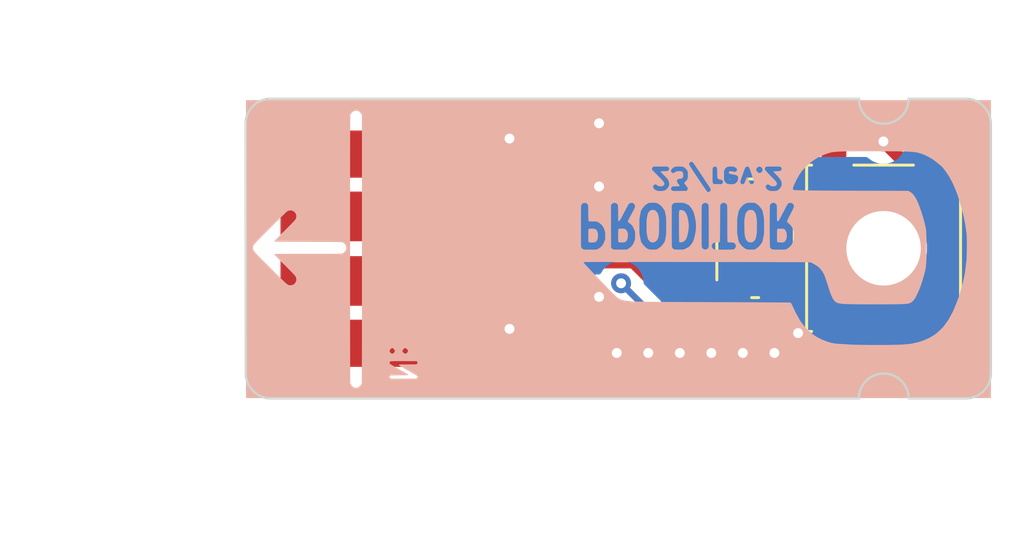
<source format=kicad_pcb>
(kicad_pcb (version 20221018) (generator pcbnew)
  (title_block (comment 4 "AISLER Project ID: QZJZLLHL"))
  (layers (0 "F.Cu" signal) (31 "B.Cu" signal) (34 "B.Paste" user) (35 "F.Paste" user) (36 "B.SilkS" user "B.Silkscreen") (37 "F.SilkS" user "F.Silkscreen") (38 "B.Mask" user) (39 "F.Mask" user) (44 "Edge.Cuts" user))
  (net 0 "")
  (net 1 "Net-(J1-VBUS)")
  (net 2 "Net-(J1-D-)")
  (net 3 "Net-(J1-D+)")
  (net 4 "Net-(J2-Pin_1)")
  (net 5 "Net-(J2-Pin_2)")
  (net 6 "Net-(J2-Pin_3)")
  (net 10 "Net-(D1-A)")
  (net 11 "Net-(J1-GND)")
  (net 12 "Net-(D1-K)")
  (net 14 "Net-(J2-Pin_6)")
  (net 15 "Net-(U1-PA05)")
  (footprint "Proditor:SW_SPST_EVQQ2_GND" (layer "F.Cu") (at 158.274 89.1032 90)
    (fp_text reference "SW1" hide)
    (fp_text value "SW_Push" hide)
    (pad "1" smd rect (at -3.4 -2 90) (size 3.2 1) (layers "F.Cu" "F.Paste" "F.Mask") (net 11 "Net-(J1-GND)"))
    (pad "1" smd roundrect (at -3.3 0 90) (size 1 1) (layers "F.Cu" "F.Paste" "F.Mask") (net 11 "Net-(J1-GND)"))
    (pad "1" smd rect (at 3.4 -2 90) (size 3.2 1) (layers "F.Cu" "F.Paste" "F.Mask") (net 11 "Net-(J1-GND)"))
    (pad "2" smd rect (at -3.4 2 90) (size 3.2 1) (layers "F.Cu" "F.Paste" "F.Mask") (net 15 "Net-(U1-PA05)"))
    (pad "2" smd rect (at 3.4 2 90) (size 3.2 1) (layers "F.Cu" "F.Paste" "F.Mask") (net 15 "Net-(U1-PA05)"))
  )
  (footprint "Proditor:USB-PCB" (layer "F.Cu") (at 137.66 89.12)
    (fp_text reference "J1" hide)
    (fp_text value "USB_A_PCB" hide)
    (pad "1" connect rect (at -0.18 3.81 270) (size 1.9 8) (layers "F.Cu" "F.Mask") (net 1 "Net-(J1-VBUS)"))
    (pad "2" connect rect (at 0.07 1.3 270) (size 2 7.5) (layers "F.Cu" "F.Mask") (net 2 "Net-(J1-D-)"))
    (pad "3" connect rect (at 0.07 -1.3 270) (size 2 7.5) (layers "F.Cu" "F.Mask") (net 3 "Net-(J1-D+)"))
    (pad "4" connect rect (at -0.18 -3.81 270) (size 1.9 8) (layers "F.Cu" "F.Mask") (net 11 "Net-(J1-GND)"))
  )
  (footprint "Resistor_SMD:R_0603_1608Metric" (layer "F.Cu") (at 153.1 85.79 180)
    (fp_text reference "R1" hide)
    (fp_text value "100" hide)
    (pad "1" smd roundrect (at -0.825 0 180) (size 0.8 0.95) (layers "F.Cu" "F.Paste" "F.Mask") (net 10 "Net-(D1-A)"))
    (pad "2" smd roundrect (at 0.825 0 180) (size 0.8 0.95) (layers "F.Cu" "F.Paste" "F.Mask") (net 14 "Net-(J2-Pin_6)"))
  )
  (footprint "Capacitor_SMD:C_0603_1608Metric" (layer "F.Cu") (at 145.39 93.32 180)
    (fp_text reference "C1" hide)
    (fp_text value "1uf" hide)
    (pad "1" smd roundrect (at -0.775 0 180) (size 0.9 0.95) (layers "F.Cu" "F.Paste" "F.Mask") (net 1 "Net-(J1-VBUS)"))
    (pad "2" smd roundrect (at 0.775 0 180) (size 0.9 0.95) (layers "F.Cu" "F.Paste" "F.Mask") (net 11 "Net-(J1-GND)"))
  )
  (footprint "Proditor:PinHeader_1x06_P1.27mm_Vertical_Via0.4mm" (layer "F.Cu") (at 147.525 93.3196 90)
    (fp_text reference "J2" hide)
    (fp_text value "SWD" hide)
    (pad "1" thru_hole rect (at 0 0 90) (size 1 1) (drill 0.4) (layers "*.Cu" "*.Mask") (net 4 "Net-(J2-Pin_1)"))
    (pad "2" thru_hole oval (at 0 1.27 90) (size 1 1) (drill 0.4) (layers "*.Cu" "*.Mask") (net 5 "Net-(J2-Pin_2)"))
    (pad "3" thru_hole oval (at 0 2.54 90) (size 1 1) (drill 0.4) (layers "*.Cu" "*.Mask") (net 6 "Net-(J2-Pin_3)"))
    (pad "4" thru_hole oval (at 0 3.81 90) (size 1 1) (drill 0.4) (layers "*.Cu" "*.Mask") (net 11 "Net-(J1-GND)"))
    (pad "5" thru_hole oval (at 0 5.08 90) (size 1 1) (drill 0.4) (layers "*.Cu" "*.Mask") (net 1 "Net-(J1-VBUS)"))
    (pad "6" thru_hole oval (at 0 6.35 90) (size 1 1) (drill 0.4) (layers "*.Cu" "*.Mask") (net 14 "Net-(J2-Pin_6)"))
  )
  (footprint "Package_TO_SOT_SMD:SOT-23" (layer "F.Cu") (at 153.1178 88.7 90)
    (fp_text reference "U2" hide)
    (fp_text value "MCP1700x-3V3" hide)
    (pad "1" smd roundrect (at -0.9375 -0.95 90) (size 1.475 0.6) (layers "F.Cu" "F.Paste" "F.Mask") (net 11 "Net-(J1-GND)"))
    (pad "2" smd roundrect (at -0.9375 0.95 90) (size 1.475 0.6) (layers "F.Cu" "F.Paste" "F.Mask") (net 14 "Net-(J2-Pin_6)"))
    (pad "3" smd roundrect (at 0.9375 0 90) (size 1.475 0.6) (layers "F.Cu" "F.Paste" "F.Mask") (net 1 "Net-(J1-VBUS)"))
  )
  (footprint "Proditor:LED_0603_1608Metric_Mod" (layer "F.Cu") (at 153.0875 84.06)
    (fp_text reference "D1" hide)
    (fp_text value "LED" hide)
    (pad "1" smd roundrect (at -0.7875 0) (size 0.875 0.95) (layers "F.Cu" "F.Paste" "F.Mask") (net 12 "Net-(D1-K)"))
    (pad "2" smd roundrect (at 0.7875 0) (size 0.875 0.95) (layers "F.Cu" "F.Paste" "F.Mask") (net 10 "Net-(D1-A)"))
  )
  (footprint "Package_SO:SOIC-14_3.9x8.7mm_P1.27mm" (layer "F.Cu") (at 147.4978 87.8772)
    (fp_text reference "U1" hide)
    (fp_text value "ATSAMD11C14A-SS" hide)
    (pad "1" smd roundrect (at -2.475 -3.81) (size 1.95 0.6) (layers "F.Cu" "F.Paste" "F.Mask") (net 15 "Net-(U1-PA05)"))
    (pad "2" smd roundrect (at -2.475 -2.54) (size 1.95 0.6) (layers "F.Cu" "F.Paste" "F.Mask"))
    (pad "3" smd roundrect (at -2.475 -1.27) (size 1.95 0.6) (layers "F.Cu" "F.Paste" "F.Mask"))
    (pad "4" smd roundrect (at -2.475 0) (size 1.95 0.6) (layers "F.Cu" "F.Paste" "F.Mask"))
    (pad "5" smd roundrect (at -2.475 1.27) (size 1.95 0.6) (layers "F.Cu" "F.Paste" "F.Mask"))
    (pad "6" smd roundrect (at -2.475 2.54) (size 1.95 0.6) (layers "F.Cu" "F.Paste" "F.Mask") (net 4 "Net-(J2-Pin_1)"))
    (pad "7" smd roundrect (at -2.475 3.81) (size 1.95 0.6) (layers "F.Cu" "F.Paste" "F.Mask") (net 6 "Net-(J2-Pin_3)"))
    (pad "8" smd roundrect (at 2.475 3.81) (size 1.95 0.6) (layers "F.Cu" "F.Paste" "F.Mask") (net 5 "Net-(J2-Pin_2)"))
    (pad "9" smd roundrect (at 2.475 2.54) (size 1.95 0.6) (layers "F.Cu" "F.Paste" "F.Mask") (net 2 "Net-(J1-D-)"))
    (pad "10" smd roundrect (at 2.475 1.27) (size 1.95 0.6) (layers "F.Cu" "F.Paste" "F.Mask") (net 3 "Net-(J1-D+)"))
    (pad "11" smd roundrect (at 2.475 0) (size 1.95 0.6) (layers "F.Cu" "F.Paste" "F.Mask") (net 11 "Net-(J1-GND)"))
    (pad "12" smd roundrect (at 2.475 -1.27) (size 1.95 0.6) (layers "F.Cu" "F.Paste" "F.Mask") (net 14 "Net-(J2-Pin_6)"))
    (pad "13" smd roundrect (at 2.475 -2.54) (size 1.95 0.6) (layers "F.Cu" "F.Paste" "F.Mask"))
    (pad "14" smd roundrect (at 2.475 -3.81) (size 1.95 0.6) (layers "F.Cu" "F.Paste" "F.Mask") (net 12 "Net-(D1-K)"))
  )
  (footprint "Capacitor_SMD:C_0603_1608Metric" (layer "F.Cu") (at 153.1 91.6 180)
    (fp_text reference "C2" hide)
    (fp_text value "1uf" hide)
    (pad "1" smd roundrect (at -0.775 0 180) (size 0.9 0.95) (layers "F.Cu" "F.Paste" "F.Mask") (net 14 "Net-(J2-Pin_6)"))
    (pad "2" smd roundrect (at 0.775 0 180) (size 0.9 0.95) (layers "F.Cu" "F.Paste" "F.Mask") (net 11 "Net-(J1-GND)"))
  )
  (footprint "MountingHole:MountingHole_3mm" (layer "F.Cu") (at 158.274 89.1032)
    (fp_text reference "H1" hide)
    (fp_text value "MountingHole" hide)
    (pad "" np_thru_hole circle (at 0 0) (size 3 3) (drill 3) (layers "*.Cu" "*.Mask"))
  )
  (footprint "LOGO" (layer "B.Cu") (at 147.59 89.14)
    (fp_text reference "G***" hide)
    (fp_text value "LOGO" hide)
  )
  (gr_line (start 161.592 95.1484) (end 159.28 95.1484) (stroke (width 0.1)) (layer "Edge.Cuts"))
  (gr_arc (start 133.587035 95.1484) (mid 132.880269 94.855848) (end 132.587036 94.149365) (stroke (width 0.1)) (layer "Edge.Cuts"))
  (gr_line (start 157.28 83.0834) (end 133.577322 83.0834) (stroke (width 0.1)) (layer "Edge.Cuts"))
  (gr_arc (start 157.28 95.1484) (mid 158.28 94.1484) (end 159.28 95.1484) (stroke (width 0.1)) (layer "Edge.Cuts"))
  (gr_arc (start 161.592 83.0834) (mid 162.299107 83.376293) (end 162.592 84.0834) (stroke (width 0.1)) (layer "Edge.Cuts"))
  (gr_line (start 161.592 83.0834) (end 159.28 83.0834) (stroke (width 0.1)) (layer "Edge.Cuts"))
  (gr_line (start 162.592 84.0834) (end 162.592 94.1484) (stroke (width 0.1)) (layer "Edge.Cuts"))
  (gr_arc (start 162.592 94.1484) (mid 162.299107 94.855506) (end 161.592 95.1484) (stroke (width 0.1)) (layer "Edge.Cuts"))
  (gr_line (start 132.587036 94.149365) (end 132.577322 84.084365) (stroke (width 0.1)) (layer "Edge.Cuts"))
  (gr_arc (start 159.28 83.0834) (mid 158.28 84.0834) (end 157.28 83.0834) (stroke (width 0.1)) (layer "Edge.Cuts"))
  (gr_line (start 157.28 95.1484) (end 133.587035 95.1484) (stroke (width 0.1)) (layer "Edge.Cuts"))
  (gr_arc (start 132.577322 84.084365) (mid 132.869875 83.376642) (end 133.577322 83.0834) (stroke (width 0.1)) (layer "Edge.Cuts"))
  (segment (start 146.165 93.32) (end 146.165 94.385) (width 0.5) (layer "F.Cu") (net 1))
  (segment (start 152.605 92.595) (end 152.605 93.3196) (width 0.25) (layer "F.Cu") (net 1))
  (segment (start 153.1 87.7803) (end 153.1 92.1) (width 0.25) (layer "F.Cu") (net 1))
  (segment (start 142.333 92.93) (end 137.48 92.93) (width 0.5) (layer "F.Cu") (net 1))
  (segment (start 153.1 92.1) (end 152.605 92.595) (width 0.25) (layer "F.Cu") (net 1))
  (segment (start 153.1178 87.7625) (end 153.1 87.7803) (width 0.25) (layer "F.Cu") (net 1))
  (segment (start 152.605 94.026706) (end 152.241706 94.39) (width 0.5) (layer "F.Cu") (net 1))
  (segment (start 146.17 94.39) (end 143.793 94.39) (width 0.5) (layer "F.Cu") (net 1))
  (segment (start 152.241706 94.39) (end 146.17 94.39) (width 0.5) (layer "F.Cu") (net 1))
  (segment (start 143.793 94.39) (end 142.333 92.93) (width 0.5) (layer "F.Cu") (net 1))
  (segment (start 146.165 94.385) (end 146.17 94.39) (width 0.5) (layer "F.Cu") (net 1))
  (segment (start 152.605 93.3196) (end 152.605 94.026706) (width 0.5) (layer "F.Cu") (net 1))
  (segment (start 148.1455 89.789) (end 143.669 89.789) (width 0.25) (layer "F.Cu") (net 2))
  (segment (start 148.7737 90.4172) (end 148.1455 89.789) (width 0.25) (layer "F.Cu") (net 2))
  (segment (start 143.038 90.42) (end 137.73 90.42) (width 0.25) (layer "F.Cu") (net 2))
  (segment (start 143.669 89.789) (end 143.038 90.42) (width 0.25) (layer "F.Cu") (net 2))
  (segment (start 149.9728 90.4172) (end 148.7737 90.4172) (width 0.25) (layer "F.Cu") (net 2))
  (segment (start 149.9728 89.1472) (end 148.7864 89.1472) (width 0.25) (layer "F.Cu") (net 3))
  (segment (start 148.7864 89.1472) (end 148.1414 88.5022) (width 0.25) (layer "F.Cu") (net 3))
  (segment (start 142.97 87.82) (end 137.73 87.82) (width 0.25) (layer "F.Cu") (net 3))
  (segment (start 148.1414 88.5022) (end 143.6522 88.5022) (width 0.25) (layer "F.Cu") (net 3))
  (segment (start 143.6522 88.5022) (end 142.97 87.82) (width 0.25) (layer "F.Cu") (net 3))
  (segment (start 146.812 91.059) (end 146.177 90.424) (width 0.25) (layer "F.Cu") (net 4))
  (segment (start 145.0296 90.424) (end 145.0228 90.4172) (width 0.25) (layer "F.Cu") (net 4))
  (segment (start 146.177 90.424) (end 145.0296 90.424) (width 0.25) (layer "F.Cu") (net 4))
  (via (at 146.812 91.059) (size 0.8) (drill 0.4) (layers "F.Cu" "B.Cu") (net 4))
  (segment (start 147.525 91.772) (end 146.812 91.059) (width 0.25) (layer "B.Cu") (net 4))
  (segment (start 147.525 93.3196) (end 147.525 91.772) (width 0.25) (layer "B.Cu") (net 4))
  (segment (start 147.7 90.5135) (end 148.8737 91.6872) (width 0.25) (layer "F.Cu") (net 5))
  (segment (start 148.8737 91.6872) (end 149.9728 91.6872) (width 0.25) (layer "F.Cu") (net 5))
  (via (at 147.7 90.5135) (size 0.8) (drill 0.4) (layers "F.Cu" "B.Cu") (net 5))
  (segment (start 148.795 91.6085) (end 148.795 93.3196) (width 0.25) (layer "B.Cu") (net 5))
  (segment (start 147.7 90.5135) (end 148.795 91.6085) (width 0.25) (layer "B.Cu") (net 5))
  (segment (start 147.127695 92.4) (end 149.8 92.4) (width 0.25) (layer "F.Cu") (net 6))
  (segment (start 150.065 92.665) (end 150.065 93.3196) (width 0.25) (layer "F.Cu") (net 6))
  (segment (start 149.8 92.4) (end 150.065 92.665) (width 0.25) (layer "F.Cu") (net 6))
  (segment (start 146.414895 91.6872) (end 147.127695 92.4) (width 0.25) (layer "F.Cu") (net 6))
  (segment (start 145.0228 91.6872) (end 146.414895 91.6872) (width 0.25) (layer "F.Cu") (net 6))
  (segment (start 154.7 85.6) (end 154.7 84.3) (width 0.25) (layer "F.Cu") (net 10))
  (segment (start 154.51 85.79) (end 154.7 85.6) (width 0.25) (layer "F.Cu") (net 10))
  (segment (start 154.46 84.06) (end 153.875 84.06) (width 0.25) (layer "F.Cu") (net 10))
  (segment (start 153.925 85.79) (end 154.51 85.79) (width 0.25) (layer "F.Cu") (net 10))
  (segment (start 154.7 84.3) (end 154.46 84.06) (width 0.25) (layer "F.Cu") (net 10))
  (segment (start 154.8468 92.5032) (end 156.274 92.5032) (width 0.5) (layer "F.Cu") (net 11))
  (segment (start 152.1678 89.6375) (end 152.1678 90.7428) (width 0.25) (layer "F.Cu") (net 11))
  (segment (start 152.1678 90.0915) (end 152.1678 88.7694) (width 0.25) (layer "F.Cu") (net 11))
  (segment (start 156.274 92.5032) (end 156.274 85.7032) (width 0.5) (layer "F.Cu") (net 11))
  (segment (start 144.615 93.32) (end 143.71295 93.32) (width 0.5) (layer "F.Cu") (net 11))
  (segment (start 156.274 92.5032) (end 158.174 92.5032) (width 0.5) (layer "F.Cu") (net 11))
  (segment (start 154.83 92.52) (end 154.8468 92.5032) (width 0.5) (layer "F.Cu") (net 11))
  (segment (start 142.5788 85.31) (end 137.48 85.31) (width 0.5) (layer "F.Cu") (net 11))
  (segment (start 143.2052 92.81225) (end 143.2052 92.35) (width 0.5) (layer "F.Cu") (net 11))
  (segment (start 148.0752 87.8772) (end 149.9728 87.8772) (width 0.25) (layer "F.Cu") (net 11))
  (segment (start 143.2052 84.6836) (end 142.5788 85.31) (width 0.5) (layer "F.Cu") (net 11))
  (segment (start 143.71295 93.32) (end 143.2052 92.81225) (width 0.5) (layer "F.Cu") (net 11))
  (segment (start 152.1678 90.7428) (end 152.325 90.9) (width 0.25) (layer "F.Cu") (net 11))
  (segment (start 158.174 92.5032) (end 158.274 92.4032) (width 0.5) (layer "F.Cu") (net 11))
  (segment (start 151.2756 87.8772) (end 149.9728 87.8772) (width 0.25) (layer "F.Cu") (net 11))
  (segment (start 146.812 86.614) (end 148.0752 87.8772) (width 0.25) (layer "F.Cu") (net 11))
  (segment (start 152.325 90.9) (end 152.325 91.6) (width 0.25) (layer "F.Cu") (net 11))
  (segment (start 152.1678 88.7694) (end 151.2756 87.8772) (width 0.25) (layer "F.Cu") (net 11))
  (via (at 146.812 86.614) (size 0.8) (drill 0.4) (layers "F.Cu" "B.Cu") (net 11))
  (via (at 143.2052 84.6836) (size 0.8) (drill 0.4) (layers "F.Cu" "B.Cu") (net 11))
  (via (at 154.83 92.52) (size 0.8) (drill 0.4) (layers "F.Cu" "B.Cu") (net 11))
  (via (at 143.2052 92.35) (size 0.8) (drill 0.4) (layers "F.Cu" "B.Cu") (net 11))
  (segment (start 154.825 93.975) (end 154.4136 94.3864) (width 0.5) (layer "B.Cu") (net 11))
  (segment (start 143.2052 84.6836) (end 143.2052 92.35) (width 0.5) (layer "B.Cu") (net 11))
  (segment (start 154.4136 94.3864) (end 151.3 94.3864) (width 0.5) (layer "B.Cu") (net 11))
  (segment (start 151.3 94.3864) (end 148.2852 94.3864) (width 0.5) (layer "B.Cu") (net 11))
  (segment (start 151.335 91.9244) (end 151.335 93.3196) (width 0.5) (layer "B.Cu") (net 11))
  (segment (start 151.335 93.3196) (end 151.335 94.3514) (width 0.5) (layer "B.Cu") (net 11))
  (segment (start 151.335 94.3514) (end 151.3 94.3864) (width 0.5) (layer "B.Cu") (net 11))
  (segment (start 146.812 86.614) (end 146.812 87.4014) (width 0.5) (layer "B.Cu") (net 11))
  (segment (start 148.2852 94.3864) (end 148.336 94.3356) (width 0.5) (layer "B.Cu") (net 11))
  (segment (start 154.825 92.525) (end 154.825 93.975) (width 0.5) (layer "B.Cu") (net 11))
  (segment (start 143.2052 92.35) (end 145.2416 94.3864) (width 0.5) (layer "B.Cu") (net 11))
  (segment (start 154.83 92.52) (end 154.825 92.525) (width 0.5) (layer "B.Cu") (net 11))
  (segment (start 145.2416 94.3864) (end 148.2852 94.3864) (width 0.5) (layer "B.Cu") (net 11))
  (segment (start 146.812 87.4014) (end 151.335 91.9244) (width 0.5) (layer "B.Cu") (net 11))
  (segment (start 149.9728 84.0672) (end 152.2928 84.0672) (width 0.25) (layer "F.Cu") (net 12))
  (segment (start 152.2928 84.0672) (end 152.3 84.06) (width 0.25) (layer "F.Cu") (net 12))
  (segment (start 154.0678 87.0678) (end 154.0678 90.0915) (width 0.25) (layer "F.Cu") (net 14))
  (segment (start 153.875 91.6) (end 153.875 90.925) (width 0.25) (layer "F.Cu") (net 14))
  (segment (start 153.6072 86.6072) (end 154.0678 87.0678) (width 0.25) (layer "F.Cu") (net 14))
  (segment (start 152.275 86.5322) (end 152.2 86.6072) (width 0.25) (layer "F.Cu") (net 14))
  (segment (start 152.275 85.79) (end 152.275 86.5322) (width 0.25) (layer "F.Cu") (net 14))
  (segment (start 153.875 90.925) (end 154.0678 90.7322) (width 0.25) (layer "F.Cu") (net 14))
  (segment (start 149.9728 86.6072) (end 152.2 86.6072) (width 0.25) (layer "F.Cu") (net 14))
  (segment (start 154.0678 90.7322) (end 154.0678 89.6375) (width 0.25) (layer "F.Cu") (net 14))
  (segment (start 152.2 86.6072) (end 153.6072 86.6072) (width 0.25) (layer "F.Cu") (net 14))
  (segment (start 153.875 93.3196) (end 153.875 91.6) (width 0.25) (layer "F.Cu") (net 14))
  (segment (start 158.2674 84.8) (end 159.1706 85.7032) (width 0.5) (layer "F.Cu") (net 15))
  (segment (start 146.812 84.0672) (end 145.0228 84.0672) (width 0.25) (layer "F.Cu") (net 15))
  (segment (start 160.274 92.5032) (end 160.274 85.7032) (width 0.5) (layer "F.Cu") (net 15))
  (segment (start 159.1706 85.7032) (end 160.274 85.7032) (width 0.5) (layer "F.Cu") (net 15))
  (via (at 158.2674 84.8) (size 0.8) (drill 0.4) (layers "F.Cu" "B.Cu") (net 15))
  (via (at 146.812 84.0672) (size 0.8) (drill 0.4) (layers "F.Cu" "B.Cu") (net 15))
  (segment (start 158.2674 84.8) (end 155.1 84.8) (width 0.25) (layer "B.Cu") (net 15))
  (segment (start 155.1 84.8) (end 154.3672 84.0672) (width 0.25) (layer "B.Cu") (net 15))
  (segment (start 154.3672 84.0672) (end 146.812 84.0672) (width 0.25) (layer "B.Cu") (net 15))
  (zone (net 11) (net_name "Net-(J1-GND)") (layer "B.Cu") (connect_pads (clearance 0.5)) (min_thickness 0.25) (fill yes (thermal_gap 0.5) (thermal_bridge_width 0.5))
    (polygon (pts (xy 142.78 83.312) (xy 161.576 83.312) (xy 162.338 84.074) (xy 162.338 84.201) (xy 162.338 94.107) (xy 161.576 94.869) (xy 142.78 94.869)))
  )
)
</source>
